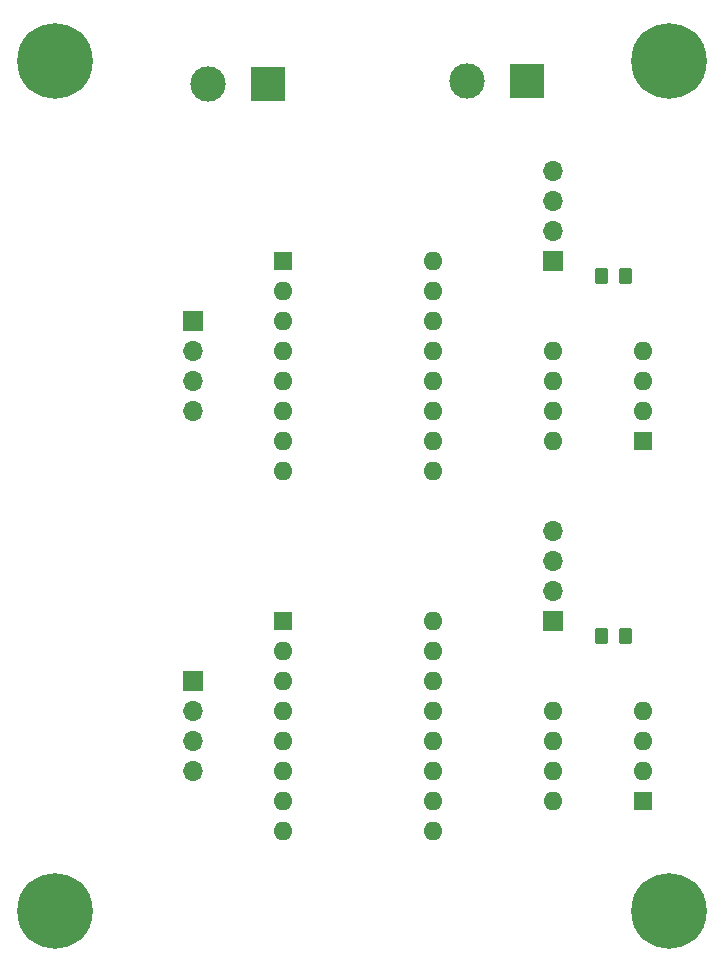
<source format=gbr>
%TF.GenerationSoftware,KiCad,Pcbnew,5.99.0+really5.1.10+dfsg1-1*%
%TF.CreationDate,2021-09-03T20:55:11+10:00*%
%TF.ProjectId,demo-driver,64656d6f-2d64-4726-9976-65722e6b6963,rev?*%
%TF.SameCoordinates,PX1c9c380PY7270e00*%
%TF.FileFunction,Soldermask,Bot*%
%TF.FilePolarity,Negative*%
%FSLAX46Y46*%
G04 Gerber Fmt 4.6, Leading zero omitted, Abs format (unit mm)*
G04 Created by KiCad (PCBNEW 5.99.0+really5.1.10+dfsg1-1) date 2021-09-03 20:55:11*
%MOMM*%
%LPD*%
G01*
G04 APERTURE LIST*
%ADD10C,3.000000*%
%ADD11R,3.000000X3.000000*%
%ADD12O,1.700000X1.700000*%
%ADD13R,1.700000X1.700000*%
%ADD14C,6.400000*%
%ADD15O,1.600000X1.600000*%
%ADD16R,1.600000X1.600000*%
G04 APERTURE END LIST*
D10*
%TO.C,J3*%
X38920000Y74280000D03*
D11*
X44000000Y74280000D03*
%TD*%
D10*
%TO.C,J1*%
X16920000Y74000000D03*
D11*
X22000000Y74000000D03*
%TD*%
D12*
%TO.C,J6*%
X46200000Y36180000D03*
X46200000Y33640000D03*
X46200000Y31100000D03*
D13*
X46200000Y28560000D03*
%TD*%
D12*
%TO.C,J5*%
X46200000Y66660000D03*
X46200000Y64120000D03*
X46200000Y61580000D03*
D13*
X46200000Y59040000D03*
%TD*%
D14*
%TO.C,REF\u002A\u002A*%
X4000000Y4000000D03*
%TD*%
%TO.C,REF\u002A\u002A*%
X56000000Y4000000D03*
%TD*%
%TO.C,REF\u002A\u002A*%
X56000000Y76000000D03*
%TD*%
%TO.C,REF\u002A\u002A*%
X4000000Y76000000D03*
%TD*%
D15*
%TO.C,SW2*%
X46200000Y13320000D03*
X53820000Y20940000D03*
X46200000Y15860000D03*
X53820000Y18400000D03*
X46200000Y18400000D03*
X53820000Y15860000D03*
X46200000Y20940000D03*
D16*
X53820000Y13320000D03*
%TD*%
D15*
%TO.C,SW1*%
X46200000Y43800000D03*
X53820000Y51420000D03*
X46200000Y46340000D03*
X53820000Y48880000D03*
X46200000Y48880000D03*
X53820000Y46340000D03*
X46200000Y51420000D03*
D16*
X53820000Y43800000D03*
%TD*%
%TO.C,R2*%
G36*
G01*
X50830000Y27740001D02*
X50830000Y26839999D01*
G75*
G02*
X50580001Y26590000I-249999J0D01*
G01*
X49929999Y26590000D01*
G75*
G02*
X49680000Y26839999I0J249999D01*
G01*
X49680000Y27740001D01*
G75*
G02*
X49929999Y27990000I249999J0D01*
G01*
X50580001Y27990000D01*
G75*
G02*
X50830000Y27740001I0J-249999D01*
G01*
G37*
G36*
G01*
X52880000Y27740001D02*
X52880000Y26839999D01*
G75*
G02*
X52630001Y26590000I-249999J0D01*
G01*
X51979999Y26590000D01*
G75*
G02*
X51730000Y26839999I0J249999D01*
G01*
X51730000Y27740001D01*
G75*
G02*
X51979999Y27990000I249999J0D01*
G01*
X52630001Y27990000D01*
G75*
G02*
X52880000Y27740001I0J-249999D01*
G01*
G37*
%TD*%
%TO.C,R1*%
G36*
G01*
X50830000Y58220001D02*
X50830000Y57319999D01*
G75*
G02*
X50580001Y57070000I-249999J0D01*
G01*
X49929999Y57070000D01*
G75*
G02*
X49680000Y57319999I0J249999D01*
G01*
X49680000Y58220001D01*
G75*
G02*
X49929999Y58470000I249999J0D01*
G01*
X50580001Y58470000D01*
G75*
G02*
X50830000Y58220001I0J-249999D01*
G01*
G37*
G36*
G01*
X52880000Y58220001D02*
X52880000Y57319999D01*
G75*
G02*
X52630001Y57070000I-249999J0D01*
G01*
X51979999Y57070000D01*
G75*
G02*
X51730000Y57319999I0J249999D01*
G01*
X51730000Y58220001D01*
G75*
G02*
X51979999Y58470000I249999J0D01*
G01*
X52630001Y58470000D01*
G75*
G02*
X52880000Y58220001I0J-249999D01*
G01*
G37*
%TD*%
D12*
%TO.C,J4*%
X15720000Y15860000D03*
X15720000Y18400000D03*
X15720000Y20940000D03*
D13*
X15720000Y23480000D03*
%TD*%
D12*
%TO.C,J2*%
X15720000Y46340000D03*
X15720000Y48880000D03*
X15720000Y51420000D03*
D13*
X15720000Y53960000D03*
%TD*%
D15*
%TO.C,A2*%
X36040000Y28560000D03*
X23340000Y10780000D03*
X36040000Y26020000D03*
X23340000Y13320000D03*
X36040000Y23480000D03*
X23340000Y15860000D03*
X36040000Y20940000D03*
X23340000Y18400000D03*
X36040000Y18400000D03*
X23340000Y20940000D03*
X36040000Y15860000D03*
X23340000Y23480000D03*
X36040000Y13320000D03*
X23340000Y26020000D03*
X36040000Y10780000D03*
D16*
X23340000Y28560000D03*
%TD*%
D15*
%TO.C,A1*%
X36040000Y59040000D03*
X23340000Y41260000D03*
X36040000Y56500000D03*
X23340000Y43800000D03*
X36040000Y53960000D03*
X23340000Y46340000D03*
X36040000Y51420000D03*
X23340000Y48880000D03*
X36040000Y48880000D03*
X23340000Y51420000D03*
X36040000Y46340000D03*
X23340000Y53960000D03*
X36040000Y43800000D03*
X23340000Y56500000D03*
X36040000Y41260000D03*
D16*
X23340000Y59040000D03*
%TD*%
M02*

</source>
